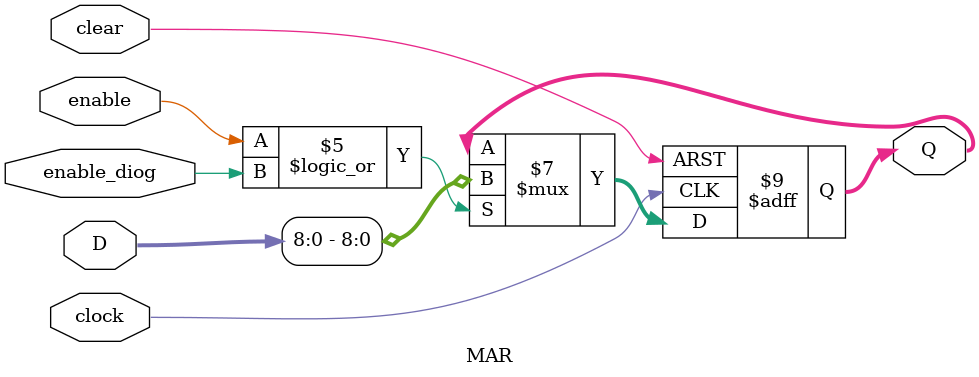
<source format=v>
module MAR(input [31: 0] D, input clear, input clock, input enable, enable_diog,
	output reg [8: 0] Q
);
	initial begin
		Q <= 0;
	end
	always @ (posedge clock or posedge clear) begin
		if(clear == 1)
			Q <= 8'b0;
		else if(enable == 1 || enable_diog == 1)
			Q <= D;
	end
endmodule
</source>
